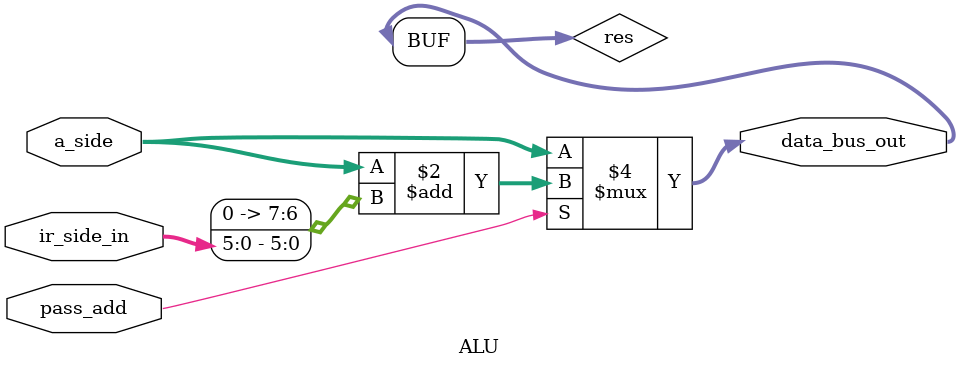
<source format=v>
module ALU (a_side, ir_side_in, pass_add, data_bus_out);
input pass_add;
input [7:0] a_side;
input [5:0] ir_side_in;
output [7:0] data_bus_out;
reg [7:0] res;

always @(pass_add, a_side, ir_side_in) begin
if (pass_add)
	res <= a_side + {2'b00,ir_side_in[5:0]};
	//res = a_side + ir_side_in;
else
	res <= a_side;	
end

assign data_bus_out = res;
//assign data_bus_out = {2'b0,res[5:0]};

endmodule



</source>
